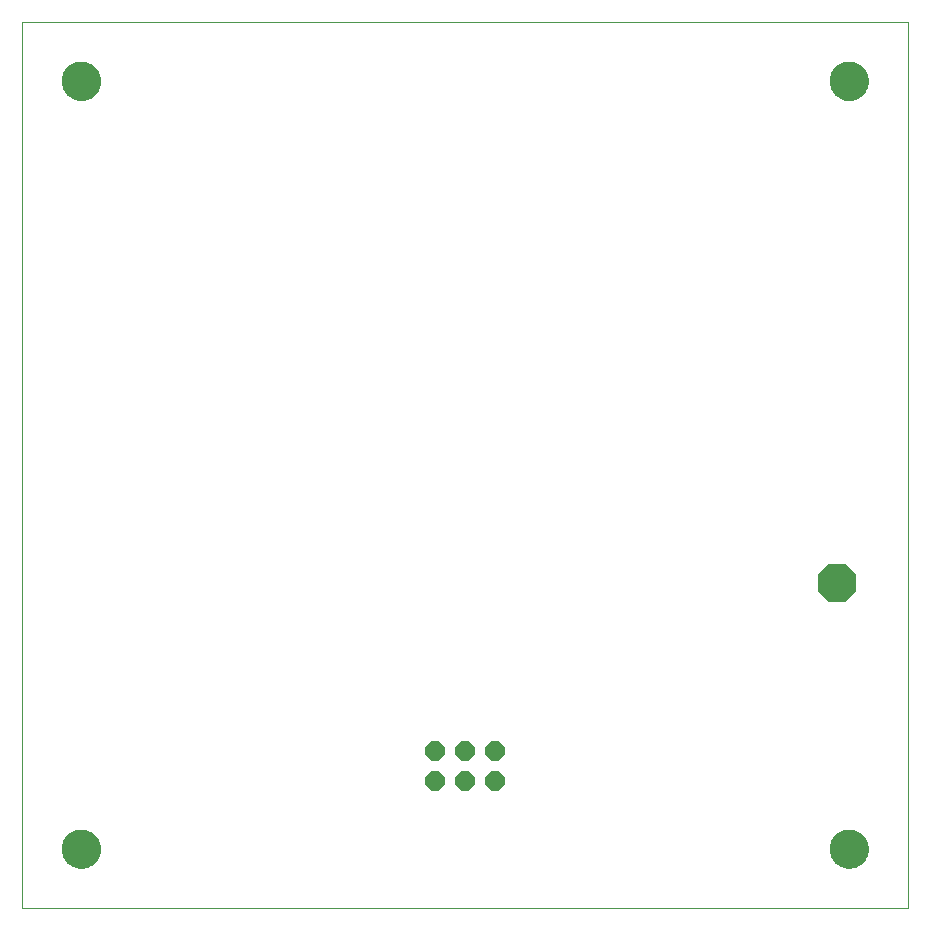
<source format=gbs>
G75*
G70*
%OFA0B0*%
%FSLAX24Y24*%
%IPPOS*%
%LPD*%
%AMOC8*
5,1,8,0,0,1.08239X$1,22.5*
%
%ADD10C,0.0000*%
%ADD11C,0.1300*%
%ADD12OC8,0.0640*%
%ADD13OC8,0.1290*%
D10*
X000637Y000574D02*
X030165Y000574D01*
X030165Y030101D01*
X000637Y030101D01*
X000637Y000574D01*
X001976Y002542D02*
X001978Y002592D01*
X001984Y002642D01*
X001994Y002691D01*
X002008Y002739D01*
X002025Y002786D01*
X002046Y002831D01*
X002071Y002875D01*
X002099Y002916D01*
X002131Y002955D01*
X002165Y002992D01*
X002202Y003026D01*
X002242Y003056D01*
X002284Y003083D01*
X002328Y003107D01*
X002374Y003128D01*
X002421Y003144D01*
X002469Y003157D01*
X002519Y003166D01*
X002568Y003171D01*
X002619Y003172D01*
X002669Y003169D01*
X002718Y003162D01*
X002767Y003151D01*
X002815Y003136D01*
X002861Y003118D01*
X002906Y003096D01*
X002949Y003070D01*
X002990Y003041D01*
X003029Y003009D01*
X003065Y002974D01*
X003097Y002936D01*
X003127Y002896D01*
X003154Y002853D01*
X003177Y002809D01*
X003196Y002763D01*
X003212Y002715D01*
X003224Y002666D01*
X003232Y002617D01*
X003236Y002567D01*
X003236Y002517D01*
X003232Y002467D01*
X003224Y002418D01*
X003212Y002369D01*
X003196Y002321D01*
X003177Y002275D01*
X003154Y002231D01*
X003127Y002188D01*
X003097Y002148D01*
X003065Y002110D01*
X003029Y002075D01*
X002990Y002043D01*
X002949Y002014D01*
X002906Y001988D01*
X002861Y001966D01*
X002815Y001948D01*
X002767Y001933D01*
X002718Y001922D01*
X002669Y001915D01*
X002619Y001912D01*
X002568Y001913D01*
X002519Y001918D01*
X002469Y001927D01*
X002421Y001940D01*
X002374Y001956D01*
X002328Y001977D01*
X002284Y002001D01*
X002242Y002028D01*
X002202Y002058D01*
X002165Y002092D01*
X002131Y002129D01*
X002099Y002168D01*
X002071Y002209D01*
X002046Y002253D01*
X002025Y002298D01*
X002008Y002345D01*
X001994Y002393D01*
X001984Y002442D01*
X001978Y002492D01*
X001976Y002542D01*
X001976Y028133D02*
X001978Y028183D01*
X001984Y028233D01*
X001994Y028282D01*
X002008Y028330D01*
X002025Y028377D01*
X002046Y028422D01*
X002071Y028466D01*
X002099Y028507D01*
X002131Y028546D01*
X002165Y028583D01*
X002202Y028617D01*
X002242Y028647D01*
X002284Y028674D01*
X002328Y028698D01*
X002374Y028719D01*
X002421Y028735D01*
X002469Y028748D01*
X002519Y028757D01*
X002568Y028762D01*
X002619Y028763D01*
X002669Y028760D01*
X002718Y028753D01*
X002767Y028742D01*
X002815Y028727D01*
X002861Y028709D01*
X002906Y028687D01*
X002949Y028661D01*
X002990Y028632D01*
X003029Y028600D01*
X003065Y028565D01*
X003097Y028527D01*
X003127Y028487D01*
X003154Y028444D01*
X003177Y028400D01*
X003196Y028354D01*
X003212Y028306D01*
X003224Y028257D01*
X003232Y028208D01*
X003236Y028158D01*
X003236Y028108D01*
X003232Y028058D01*
X003224Y028009D01*
X003212Y027960D01*
X003196Y027912D01*
X003177Y027866D01*
X003154Y027822D01*
X003127Y027779D01*
X003097Y027739D01*
X003065Y027701D01*
X003029Y027666D01*
X002990Y027634D01*
X002949Y027605D01*
X002906Y027579D01*
X002861Y027557D01*
X002815Y027539D01*
X002767Y027524D01*
X002718Y027513D01*
X002669Y027506D01*
X002619Y027503D01*
X002568Y027504D01*
X002519Y027509D01*
X002469Y027518D01*
X002421Y027531D01*
X002374Y027547D01*
X002328Y027568D01*
X002284Y027592D01*
X002242Y027619D01*
X002202Y027649D01*
X002165Y027683D01*
X002131Y027720D01*
X002099Y027759D01*
X002071Y027800D01*
X002046Y027844D01*
X002025Y027889D01*
X002008Y027936D01*
X001994Y027984D01*
X001984Y028033D01*
X001978Y028083D01*
X001976Y028133D01*
X027566Y028133D02*
X027568Y028183D01*
X027574Y028233D01*
X027584Y028282D01*
X027598Y028330D01*
X027615Y028377D01*
X027636Y028422D01*
X027661Y028466D01*
X027689Y028507D01*
X027721Y028546D01*
X027755Y028583D01*
X027792Y028617D01*
X027832Y028647D01*
X027874Y028674D01*
X027918Y028698D01*
X027964Y028719D01*
X028011Y028735D01*
X028059Y028748D01*
X028109Y028757D01*
X028158Y028762D01*
X028209Y028763D01*
X028259Y028760D01*
X028308Y028753D01*
X028357Y028742D01*
X028405Y028727D01*
X028451Y028709D01*
X028496Y028687D01*
X028539Y028661D01*
X028580Y028632D01*
X028619Y028600D01*
X028655Y028565D01*
X028687Y028527D01*
X028717Y028487D01*
X028744Y028444D01*
X028767Y028400D01*
X028786Y028354D01*
X028802Y028306D01*
X028814Y028257D01*
X028822Y028208D01*
X028826Y028158D01*
X028826Y028108D01*
X028822Y028058D01*
X028814Y028009D01*
X028802Y027960D01*
X028786Y027912D01*
X028767Y027866D01*
X028744Y027822D01*
X028717Y027779D01*
X028687Y027739D01*
X028655Y027701D01*
X028619Y027666D01*
X028580Y027634D01*
X028539Y027605D01*
X028496Y027579D01*
X028451Y027557D01*
X028405Y027539D01*
X028357Y027524D01*
X028308Y027513D01*
X028259Y027506D01*
X028209Y027503D01*
X028158Y027504D01*
X028109Y027509D01*
X028059Y027518D01*
X028011Y027531D01*
X027964Y027547D01*
X027918Y027568D01*
X027874Y027592D01*
X027832Y027619D01*
X027792Y027649D01*
X027755Y027683D01*
X027721Y027720D01*
X027689Y027759D01*
X027661Y027800D01*
X027636Y027844D01*
X027615Y027889D01*
X027598Y027936D01*
X027584Y027984D01*
X027574Y028033D01*
X027568Y028083D01*
X027566Y028133D01*
X027566Y002542D02*
X027568Y002592D01*
X027574Y002642D01*
X027584Y002691D01*
X027598Y002739D01*
X027615Y002786D01*
X027636Y002831D01*
X027661Y002875D01*
X027689Y002916D01*
X027721Y002955D01*
X027755Y002992D01*
X027792Y003026D01*
X027832Y003056D01*
X027874Y003083D01*
X027918Y003107D01*
X027964Y003128D01*
X028011Y003144D01*
X028059Y003157D01*
X028109Y003166D01*
X028158Y003171D01*
X028209Y003172D01*
X028259Y003169D01*
X028308Y003162D01*
X028357Y003151D01*
X028405Y003136D01*
X028451Y003118D01*
X028496Y003096D01*
X028539Y003070D01*
X028580Y003041D01*
X028619Y003009D01*
X028655Y002974D01*
X028687Y002936D01*
X028717Y002896D01*
X028744Y002853D01*
X028767Y002809D01*
X028786Y002763D01*
X028802Y002715D01*
X028814Y002666D01*
X028822Y002617D01*
X028826Y002567D01*
X028826Y002517D01*
X028822Y002467D01*
X028814Y002418D01*
X028802Y002369D01*
X028786Y002321D01*
X028767Y002275D01*
X028744Y002231D01*
X028717Y002188D01*
X028687Y002148D01*
X028655Y002110D01*
X028619Y002075D01*
X028580Y002043D01*
X028539Y002014D01*
X028496Y001988D01*
X028451Y001966D01*
X028405Y001948D01*
X028357Y001933D01*
X028308Y001922D01*
X028259Y001915D01*
X028209Y001912D01*
X028158Y001913D01*
X028109Y001918D01*
X028059Y001927D01*
X028011Y001940D01*
X027964Y001956D01*
X027918Y001977D01*
X027874Y002001D01*
X027832Y002028D01*
X027792Y002058D01*
X027755Y002092D01*
X027721Y002129D01*
X027689Y002168D01*
X027661Y002209D01*
X027636Y002253D01*
X027615Y002298D01*
X027598Y002345D01*
X027584Y002393D01*
X027574Y002442D01*
X027568Y002492D01*
X027566Y002542D01*
D11*
X028196Y002542D03*
X002606Y002542D03*
X002606Y028133D03*
X028196Y028133D03*
D12*
X016401Y005798D03*
X016401Y004798D03*
X015401Y004798D03*
X015401Y005798D03*
X014401Y005798D03*
X014401Y004798D03*
D13*
X027802Y011400D03*
M02*

</source>
